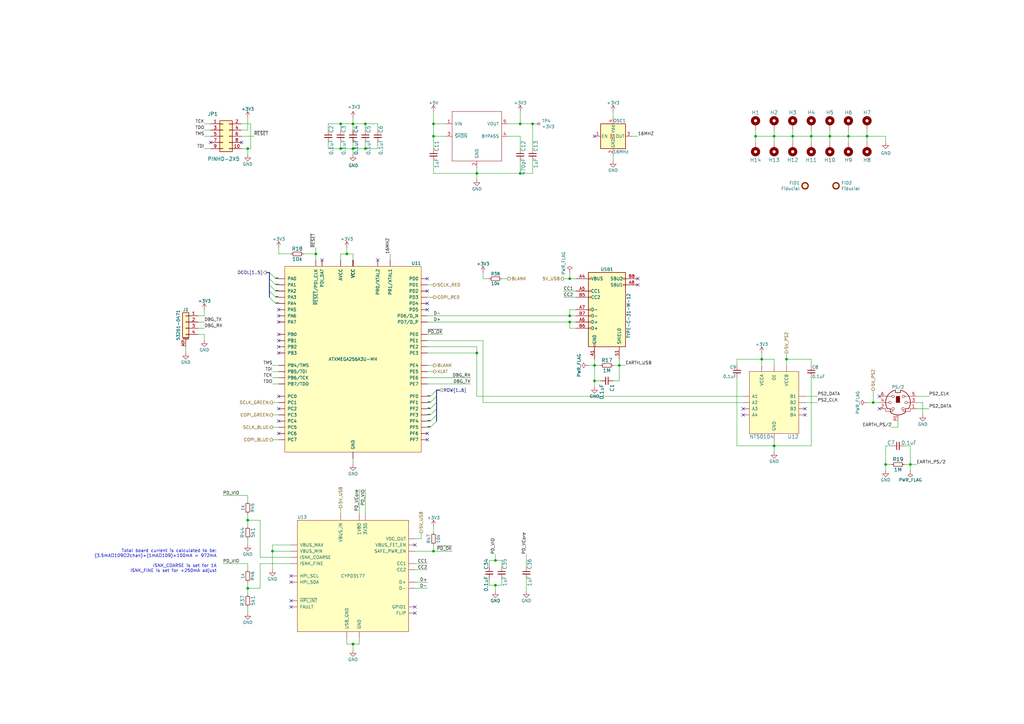
<source format=kicad_sch>
(kicad_sch (version 20211123) (generator eeschema)
  (paper "A3")
  (title_block (title "CPU and Comms") (rev "1") (company "Rachel Mant"))
  (junction (at 142.24 104.14))
  (junction (at 325.12 55.88))
  (junction (at 203.2 240.03))
  (junction (at 373.38 190.5))
  (junction (at 355.6 55.88))
  (junction (at 218.44 50.8))
  (junction (at 243.84 149.86))
  (junction (at 129.54 104.14))
  (junction (at 139.7 60.96))
  (junction (at 358.14 165.1))
  (junction (at 317.5 182.88))
  (junction (at 101.6 213.36))
  (junction (at 332.74 55.88))
  (junction (at 195.58 71.12))
  (junction (at 101.6 241.3))
  (junction (at 203.2 229.87))
  (junction (at 149.86 50.8))
  (junction (at 139.7 50.8))
  (junction (at 363.22 190.5))
  (junction (at 144.78 264.16))
  (junction (at 347.98 55.88))
  (junction (at 101.6 60.96))
  (junction (at 243.84 156.21))
  (junction (at 177.8 226.06))
  (junction (at 309.88 55.88))
  (junction (at 340.36 55.88))
  (junction (at 213.36 71.12))
  (junction (at 254 149.86))
  (junction (at 111.76 226.06))
  (junction (at 149.86 60.96))
  (junction (at 233.68 129.54))
  (junction (at 322.58 147.32))
  (junction (at 233.68 114.3))
  (junction (at 195.58 144.78))
  (junction (at 144.78 60.96))
  (junction (at 233.68 132.08))
  (junction (at 312.42 147.32))
  (junction (at 177.8 50.8))
  (junction (at 177.8 55.88))
  (junction (at 144.78 50.8))
  (junction (at 317.5 55.88))
  (junction (at 213.36 50.8))
  (no_connect (at 175.26 180.34))
  (no_connect (at 261.62 114.3))
  (no_connect (at 170.18 251.46))
  (no_connect (at 330.2 170.18))
  (no_connect (at 132.08 106.68))
  (no_connect (at 175.26 119.38))
  (no_connect (at 114.3 127))
  (no_connect (at 360.68 162.56))
  (no_connect (at 114.3 162.56))
  (no_connect (at 86.36 58.42))
  (no_connect (at 170.18 223.52))
  (no_connect (at 175.26 124.46))
  (no_connect (at 154.94 106.68))
  (no_connect (at 114.3 139.7))
  (no_connect (at 99.06 58.42))
  (no_connect (at 304.8 170.18))
  (no_connect (at 114.3 144.78))
  (no_connect (at 114.3 132.08))
  (no_connect (at 114.3 129.54))
  (no_connect (at 119.38 246.38))
  (no_connect (at 330.2 167.64))
  (no_connect (at 170.18 248.92))
  (no_connect (at 175.26 127))
  (no_connect (at 114.3 137.16))
  (no_connect (at 114.3 167.64))
  (no_connect (at 175.26 177.8))
  (no_connect (at 119.38 238.76))
  (no_connect (at 114.3 177.8))
  (no_connect (at 119.38 236.22))
  (no_connect (at 114.3 142.24))
  (no_connect (at 304.8 167.64))
  (no_connect (at 114.3 172.72))
  (no_connect (at 119.38 248.92))
  (no_connect (at 360.68 167.64))
  (no_connect (at 261.62 116.84))
  (no_connect (at 243.84 55.88))
  (no_connect (at 175.26 114.3))
  (bus_entry (at 110.49 116.84) (size 2.54 2.54))
  (bus_entry (at 110.49 121.92) (size 2.54 2.54))
  (bus_entry (at 176.53 175.26) (size 2.54 -2.54))
  (bus_entry (at 110.49 119.38) (size 2.54 2.54))
  (bus_entry (at 176.53 170.18) (size 2.54 -2.54))
  (bus_entry (at 110.49 114.3) (size 2.54 2.54))
  (bus_entry (at 113.03 114.3) (size -2.54 -2.54))
  (bus_entry (at 176.53 172.72) (size 2.54 -2.54))
  (bus_entry (at 176.53 167.64) (size 2.54 -2.54))
  (bus_entry (at 176.53 162.56) (size 2.54 -2.54))
  (bus_entry (at 176.53 165.1) (size 2.54 -2.54))
  (wire (pts (xy 176.53 162.56) (xy 175.26 162.56)))
  (wire (pts (xy 200.66 232.41) (xy 200.66 229.87)))
  (wire (pts (xy 83.82 129.54) (xy 83.82 127)))
  (wire (pts (xy 81.28 134.62) (xy 83.82 134.62)))
  (wire (pts (xy 332.74 55.88) (xy 340.36 55.88)))
  (wire (pts (xy 373.38 182.88) (xy 373.38 190.5)))
  (wire (pts (xy 317.5 180.34) (xy 317.5 182.88)))
  (wire (pts (xy 119.38 226.06) (xy 111.76 226.06)))
  (wire (pts (xy 218.44 50.8) (xy 218.44 60.96)))
  (wire (pts (xy 309.88 55.88) (xy 309.88 58.42)))
  (wire (pts (xy 106.68 231.14) (xy 119.38 231.14)))
  (wire (pts (xy 113.03 121.92) (xy 114.3 121.92)))
  (wire (pts (xy 114.3 104.14) (xy 119.38 104.14)))
  (wire (pts (xy 154.94 53.34) (xy 154.94 50.8)))
  (wire (pts (xy 243.84 156.21) (xy 246.38 156.21)))
  (wire (pts (xy 213.36 50.8) (xy 213.36 45.72)))
  (bus (pts (xy 179.07 162.56) (xy 179.07 165.1)))
  (wire (pts (xy 233.68 134.62) (xy 233.68 132.08)))
  (wire (pts (xy 176.53 170.18) (xy 175.26 170.18)))
  (wire (pts (xy 101.6 220.98) (xy 101.6 223.52)))
  (wire (pts (xy 177.8 226.06) (xy 177.8 223.52)))
  (bus (pts (xy 179.07 167.64) (xy 179.07 170.18)))
  (wire (pts (xy 170.18 233.68) (xy 175.26 233.68)))
  (wire (pts (xy 144.78 60.96) (xy 144.78 63.5)))
  (wire (pts (xy 99.06 55.88) (xy 104.14 55.88)))
  (wire (pts (xy 175.26 154.94) (xy 193.04 154.94)))
  (wire (pts (xy 322.58 147.32) (xy 332.74 147.32)))
  (wire (pts (xy 233.68 111.76) (xy 233.68 114.3)))
  (wire (pts (xy 200.66 240.03) (xy 200.66 237.49)))
  (wire (pts (xy 114.3 180.34) (xy 111.76 180.34)))
  (wire (pts (xy 254 149.86) (xy 256.54 149.86)))
  (wire (pts (xy 375.92 162.56) (xy 381 162.56)))
  (wire (pts (xy 200.66 229.87) (xy 203.2 229.87)))
  (wire (pts (xy 373.38 190.5) (xy 375.92 190.5)))
  (wire (pts (xy 347.98 55.88) (xy 355.6 55.88)))
  (wire (pts (xy 101.6 251.46) (xy 101.6 248.92)))
  (wire (pts (xy 114.3 165.1) (xy 111.76 165.1)))
  (wire (pts (xy 312.42 144.78) (xy 312.42 147.32)))
  (wire (pts (xy 172.72 220.98) (xy 172.72 218.44)))
  (wire (pts (xy 251.46 63.5) (xy 251.46 66.04)))
  (wire (pts (xy 322.58 147.32) (xy 322.58 149.86)))
  (wire (pts (xy 101.6 233.68) (xy 101.6 231.14)))
  (wire (pts (xy 375.92 165.1) (xy 378.46 165.1)))
  (wire (pts (xy 114.3 157.48) (xy 111.76 157.48)))
  (wire (pts (xy 113.03 114.3) (xy 114.3 114.3)))
  (wire (pts (xy 347.98 55.88) (xy 347.98 58.42)))
  (wire (pts (xy 355.6 55.88) (xy 363.22 55.88)))
  (wire (pts (xy 347.98 53.34) (xy 347.98 55.88)))
  (wire (pts (xy 302.26 147.32) (xy 302.26 149.86)))
  (wire (pts (xy 251.46 45.72) (xy 251.46 48.26)))
  (wire (pts (xy 149.86 50.8) (xy 144.78 50.8)))
  (wire (pts (xy 378.46 165.1) (xy 378.46 170.18)))
  (bus (pts (xy 179.07 160.02) (xy 180.34 160.02)))
  (wire (pts (xy 208.28 55.88) (xy 213.36 55.88)))
  (wire (pts (xy 181.61 137.16) (xy 175.26 137.16)))
  (wire (pts (xy 195.58 144.78) (xy 195.58 162.56)))
  (wire (pts (xy 149.86 60.96) (xy 154.94 60.96)))
  (wire (pts (xy 113.03 124.46) (xy 114.3 124.46)))
  (wire (pts (xy 119.38 223.52) (xy 111.76 223.52)))
  (wire (pts (xy 113.03 116.84) (xy 114.3 116.84)))
  (wire (pts (xy 142.24 104.14) (xy 139.7 104.14)))
  (wire (pts (xy 370.84 182.88) (xy 373.38 182.88)))
  (wire (pts (xy 205.74 114.3) (xy 208.28 114.3)))
  (wire (pts (xy 195.58 73.66) (xy 195.58 71.12)))
  (wire (pts (xy 365.76 182.88) (xy 363.22 182.88)))
  (wire (pts (xy 101.6 60.96) (xy 101.6 63.5)))
  (wire (pts (xy 203.2 240.03) (xy 200.66 240.03)))
  (wire (pts (xy 129.54 104.14) (xy 124.46 104.14)))
  (wire (pts (xy 195.58 162.56) (xy 304.8 162.56)))
  (wire (pts (xy 129.54 104.14) (xy 129.54 101.6)))
  (wire (pts (xy 205.74 240.03) (xy 205.74 237.49)))
  (wire (pts (xy 175.26 152.4) (xy 177.8 152.4)))
  (wire (pts (xy 363.22 190.5) (xy 365.76 190.5)))
  (wire (pts (xy 233.68 129.54) (xy 236.22 129.54)))
  (wire (pts (xy 198.12 114.3) (xy 198.12 111.76)))
  (wire (pts (xy 106.68 241.3) (xy 106.68 231.14)))
  (wire (pts (xy 106.68 213.36) (xy 101.6 213.36)))
  (wire (pts (xy 134.62 58.42) (xy 134.62 60.96)))
  (wire (pts (xy 355.6 53.34) (xy 355.6 55.88)))
  (wire (pts (xy 243.84 156.21) (xy 243.84 158.75)))
  (wire (pts (xy 325.12 53.34) (xy 325.12 55.88)))
  (wire (pts (xy 200.66 114.3) (xy 198.12 114.3)))
  (wire (pts (xy 86.36 50.8) (xy 83.82 50.8)))
  (wire (pts (xy 302.26 154.94) (xy 302.26 182.88)))
  (wire (pts (xy 243.84 149.86) (xy 243.84 156.21)))
  (wire (pts (xy 86.36 55.88) (xy 83.82 55.88)))
  (wire (pts (xy 101.6 213.36) (xy 101.6 210.82)))
  (wire (pts (xy 129.54 106.68) (xy 129.54 104.14)))
  (wire (pts (xy 149.86 210.82) (xy 149.86 200.66)))
  (wire (pts (xy 365.76 175.26) (xy 368.3 175.26)))
  (wire (pts (xy 259.08 55.88) (xy 261.62 55.88)))
  (wire (pts (xy 317.5 53.34) (xy 317.5 55.88)))
  (bus (pts (xy 110.49 114.3) (xy 110.49 116.84)))
  (wire (pts (xy 368.3 175.26) (xy 368.3 172.72)))
  (wire (pts (xy 99.06 60.96) (xy 101.6 60.96)))
  (wire (pts (xy 332.74 182.88) (xy 317.5 182.88)))
  (wire (pts (xy 236.22 127) (xy 233.68 127)))
  (wire (pts (xy 175.26 231.14) (xy 170.18 231.14)))
  (wire (pts (xy 86.36 60.96) (xy 83.82 60.96)))
  (wire (pts (xy 142.24 261.62) (xy 142.24 264.16)))
  (wire (pts (xy 139.7 208.28) (xy 139.7 210.82)))
  (wire (pts (xy 175.26 142.24) (xy 195.58 142.24)))
  (wire (pts (xy 175.26 241.3) (xy 170.18 241.3)))
  (wire (pts (xy 363.22 190.5) (xy 363.22 193.04)))
  (wire (pts (xy 106.68 228.6) (xy 106.68 213.36)))
  (wire (pts (xy 101.6 238.76) (xy 101.6 241.3)))
  (wire (pts (xy 139.7 60.96) (xy 144.78 60.96)))
  (wire (pts (xy 83.82 137.16) (xy 83.82 139.7)))
  (wire (pts (xy 177.8 55.88) (xy 177.8 50.8)))
  (wire (pts (xy 176.53 167.64) (xy 175.26 167.64)))
  (wire (pts (xy 317.5 55.88) (xy 309.88 55.88)))
  (wire (pts (xy 304.8 165.1) (xy 198.12 165.1)))
  (wire (pts (xy 312.42 147.32) (xy 312.42 149.86)))
  (wire (pts (xy 144.78 58.42) (xy 144.78 60.96)))
  (wire (pts (xy 144.78 264.16) (xy 147.32 264.16)))
  (wire (pts (xy 317.5 147.32) (xy 317.5 149.86)))
  (wire (pts (xy 203.2 227.33) (xy 203.2 229.87)))
  (wire (pts (xy 182.88 55.88) (xy 177.8 55.88)))
  (wire (pts (xy 358.14 160.02) (xy 358.14 165.1)))
  (wire (pts (xy 142.24 264.16) (xy 144.78 264.16)))
  (wire (pts (xy 215.9 237.49) (xy 215.9 242.57)))
  (wire (pts (xy 317.5 182.88) (xy 317.5 185.42)))
  (wire (pts (xy 114.3 175.26) (xy 111.76 175.26)))
  (wire (pts (xy 254 147.32) (xy 254 149.86)))
  (wire (pts (xy 195.58 142.24) (xy 195.58 144.78)))
  (wire (pts (xy 373.38 190.5) (xy 370.84 190.5)))
  (wire (pts (xy 139.7 104.14) (xy 139.7 106.68)))
  (wire (pts (xy 149.86 53.34) (xy 149.86 50.8)))
  (bus (pts (xy 110.49 111.76) (xy 110.49 114.3)))
  (bus (pts (xy 110.49 116.84) (xy 110.49 119.38)))
  (wire (pts (xy 330.2 165.1) (xy 335.28 165.1)))
  (wire (pts (xy 101.6 231.14) (xy 91.44 231.14)))
  (wire (pts (xy 101.6 241.3) (xy 101.6 243.84)))
  (wire (pts (xy 175.26 121.92) (xy 177.8 121.92)))
  (wire (pts (xy 317.5 55.88) (xy 317.5 58.42)))
  (wire (pts (xy 175.26 165.1) (xy 176.53 165.1)))
  (wire (pts (xy 170.18 226.06) (xy 177.8 226.06)))
  (wire (pts (xy 139.7 53.34) (xy 139.7 50.8)))
  (wire (pts (xy 147.32 264.16) (xy 147.32 261.62)))
  (wire (pts (xy 236.22 119.38) (xy 231.14 119.38)))
  (bus (pts (xy 179.07 165.1) (xy 179.07 167.64)))
  (wire (pts (xy 147.32 210.82) (xy 147.32 200.66)))
  (wire (pts (xy 81.28 129.54) (xy 83.82 129.54)))
  (wire (pts (xy 101.6 213.36) (xy 101.6 215.9)))
  (wire (pts (xy 76.2 142.24) (xy 76.2 144.78)))
  (wire (pts (xy 175.26 139.7) (xy 198.12 139.7)))
  (wire (pts (xy 312.42 147.32) (xy 302.26 147.32)))
  (wire (pts (xy 144.78 50.8) (xy 144.78 48.26)))
  (wire (pts (xy 373.38 193.04) (xy 373.38 190.5)))
  (wire (pts (xy 154.94 60.96) (xy 154.94 58.42)))
  (wire (pts (xy 111.76 226.06) (xy 111.76 233.68)))
  (wire (pts (xy 213.36 55.88) (xy 213.36 60.96)))
  (wire (pts (xy 254 149.86) (xy 254 156.21)))
  (wire (pts (xy 99.06 50.8) (xy 102.87 50.8)))
  (bus (pts (xy 110.49 111.76) (xy 109.22 111.76)))
  (wire (pts (xy 144.78 190.5) (xy 144.78 187.96)))
  (wire (pts (xy 185.42 226.06) (xy 177.8 226.06)))
  (wire (pts (xy 175.26 149.86) (xy 177.8 149.86)))
  (wire (pts (xy 176.53 172.72) (xy 175.26 172.72)))
  (wire (pts (xy 175.26 129.54) (xy 233.68 129.54)))
  (wire (pts (xy 160.02 104.14) (xy 160.02 106.68)))
  (wire (pts (xy 243.84 147.32) (xy 243.84 149.86)))
  (wire (pts (xy 360.68 165.1) (xy 358.14 165.1)))
  (wire (pts (xy 81.28 132.08) (xy 83.82 132.08)))
  (wire (pts (xy 218.44 66.04) (xy 218.44 71.12)))
  (wire (pts (xy 114.3 154.94) (xy 111.76 154.94)))
  (wire (pts (xy 332.74 55.88) (xy 332.74 58.42)))
  (wire (pts (xy 375.92 167.64) (xy 381 167.64)))
  (wire (pts (xy 203.2 240.03) (xy 203.2 242.57)))
  (wire (pts (xy 170.18 220.98) (xy 172.72 220.98)))
  (wire (pts (xy 233.68 114.3) (xy 231.14 114.3)))
  (wire (pts (xy 101.6 53.34) (xy 101.6 48.26)))
  (wire (pts (xy 102.87 60.96) (xy 102.87 50.8)))
  (wire (pts (xy 233.68 114.3) (xy 236.22 114.3)))
  (bus (pts (xy 179.07 170.18) (xy 179.07 172.72)))
  (wire (pts (xy 363.22 55.88) (xy 363.22 58.42)))
  (wire (pts (xy 205.74 229.87) (xy 203.2 229.87)))
  (wire (pts (xy 317.5 55.88) (xy 325.12 55.88)))
  (wire (pts (xy 355.6 165.1) (xy 358.14 165.1)))
  (bus (pts (xy 110.49 119.38) (xy 110.49 121.92)))
  (wire (pts (xy 114.3 101.6) (xy 114.3 104.14)))
  (wire (pts (xy 322.58 144.78) (xy 322.58 147.32)))
  (wire (pts (xy 317.5 147.32) (xy 312.42 147.32)))
  (wire (pts (xy 332.74 53.34) (xy 332.74 55.88)))
  (wire (pts (xy 134.62 50.8) (xy 139.7 50.8)))
  (wire (pts (xy 113.03 119.38) (xy 114.3 119.38)))
  (wire (pts (xy 330.2 162.56) (xy 335.28 162.56)))
  (wire (pts (xy 332.74 154.94) (xy 332.74 182.88)))
  (wire (pts (xy 134.62 53.34) (xy 134.62 50.8)))
  (wire (pts (xy 241.3 149.86) (xy 243.84 149.86)))
  (wire (pts (xy 205.74 232.41) (xy 205.74 229.87)))
  (wire (pts (xy 99.06 53.34) (xy 101.6 53.34)))
  (wire (pts (xy 213.36 66.04) (xy 213.36 71.12)))
  (wire (pts (xy 114.3 170.18) (xy 111.76 170.18)))
  (wire (pts (xy 195.58 71.12) (xy 195.58 68.58)))
  (wire (pts (xy 139.7 58.42) (xy 139.7 60.96)))
  (wire (pts (xy 175.26 175.26) (xy 176.53 175.26)))
  (wire (pts (xy 355.6 55.88) (xy 355.6 58.42)))
  (wire (pts (xy 177.8 45.72) (xy 177.8 50.8)))
  (wire (pts (xy 144.78 106.68) (xy 144.78 104.14)))
  (wire (pts (xy 111.76 223.52) (xy 111.76 226.06)))
  (wire (pts (xy 325.12 55.88) (xy 332.74 55.88)))
  (wire (pts (xy 332.74 149.86) (xy 332.74 147.32)))
  (wire (pts (xy 340.36 55.88) (xy 340.36 58.42)))
  (wire (pts (xy 154.94 50.8) (xy 149.86 50.8)))
  (wire (pts (xy 114.3 149.86) (xy 111.76 149.86)))
  (wire (pts (xy 251.46 149.86) (xy 254 149.86)))
  (wire (pts (xy 215.9 227.33) (xy 215.9 232.41)))
  (wire (pts (xy 142.24 104.14) (xy 144.78 104.14)))
  (wire (pts (xy 177.8 55.88) (xy 177.8 60.96)))
  (wire (pts (xy 220.98 50.8) (xy 218.44 50.8)))
  (wire (pts (xy 236.22 134.62) (xy 233.68 134.62)))
  (wire (pts (xy 175.26 116.84) (xy 177.8 116.84)))
  (wire (pts (xy 218.44 71.12) (xy 213.36 71.12)))
  (wire (pts (xy 340.36 55.88) (xy 347.98 55.88)))
  (bus (pts (xy 179.07 160.02) (xy 179.07 162.56)))
  (wire (pts (xy 101.6 60.96) (xy 102.87 60.96)))
  (wire (pts (xy 325.12 55.88) (xy 325.12 58.42)))
  (wire (pts (xy 302.26 182.88) (xy 317.5 182.88)))
  (wire (pts (xy 177.8 71.12) (xy 177.8 66.04)))
  (wire (pts (xy 251.46 156.21) (xy 254 156.21)))
  (wire (pts (xy 170.18 238.76) (xy 175.26 238.76)))
  (wire (pts (xy 144.78 53.34) (xy 144.78 50.8)))
  (wire (pts (xy 101.6 205.74) (xy 101.6 203.2)))
  (wire (pts (xy 340.36 53.34) (xy 340.36 55.88)))
  (wire (pts (xy 309.88 55.88) (xy 309.88 53.34)))
  (wire (pts (xy 86.36 53.34) (xy 83.82 53.34)))
  (wire (pts (xy 144.78 264.16) (xy 144.78 266.7)))
  (wire (pts (xy 144.78 60.96) (xy 149.86 60.96)))
  (wire (pts (xy 233.68 132.08) (xy 236.22 132.08)))
  (wire (pts (xy 195.58 71.12) (xy 177.8 71.12)))
  (wire (pts (xy 363.22 182.88) (xy 363.22 190.5)))
  (wire (pts (xy 101.6 203.2) (xy 91.44 203.2)))
  (wire (pts (xy 175.26 157.48) (xy 193.04 157.48)))
  (wire (pts (xy 119.38 228.6) (xy 106.68 228.6)))
  (wire (pts (xy 208.28 50.8) (xy 213.36 50.8)))
  (wire (pts (xy 195.58 144.78) (xy 175.26 144.78)))
  (wire (pts (xy 134.62 60.96) (xy 139.7 60.96)))
  (wire (pts (xy 177.8 218.44) (xy 177.8 215.9)))
  (wire (pts (xy 142.24 101.6) (xy 142.24 104.14)))
  (wire (pts (xy 177.8 50.8) (xy 182.88 50.8)))
  (wire (pts (xy 213.36 50.8) (xy 218.44 50.8)))
  (wire (pts (xy 233.68 127) (xy 233.68 129.54)))
  (wire (pts (xy 139.7 50.8) (xy 144.78 50.8)))
  (wire (pts (xy 81.28 137.16) (xy 83.82 137.16)))
  (wire (pts (xy 198.12 139.7) (xy 198.12 165.1)))
  (wire (pts (xy 213.36 71.12) (xy 195.58 71.12)))
  (wire (pts (xy 231.14 121.92) (xy 236.22 121.92)))
  (wire (pts (xy 114.3 152.4) (xy 111.76 152.4)))
  (wire (pts (xy 246.38 149.86) (xy 243.84 149.86)))
  (wire (pts (xy 175.26 132.08) (xy 233.68 132.08)))
  (wire (pts (xy 203.2 240.03) (xy 205.74 240.03)))
  (wire (pts (xy 149.86 60.96) (xy 149.86 58.42)))
  (wire (pts (xy 106.68 241.3) (xy 101.6 241.3)))
  (text "Total board current is calculated to be:\n(3.5mA✕109✕2chan)+(1mA✕109)+100mA = 972mA\n\nISNK_COARSE is set for 1A\nISNK_FINE is set for +250mA adjust" (at 88.9 234.95 0) (effects (font (size 1.27 1.27)) (justify right bottom)))
  (label "~{PD_OK}" (at 185.42 226.06 180))
  (label "DCOL3" (at 113.03 119.38 0) (effects (font (size 0.254 0.254))))
  (label "EARTH_PS{slash}2" (at 365.76 175.26 180))
  (label "PD_VIO" (at 91.44 203.2 0))
  (label "DBG_TX" (at 83.82 132.08 0))
  (label "DCOL1" (at 113.03 114.3 0) (effects (font (size 0.254 0.254))))
  (label "TMS" (at 111.76 149.86 180))
  (label "CC2" (at 231.14 121.92 0))
  (label "ROW6" (at 176.53 175.26 180) (effects (font (size 0.254 0.254))))
  (label "~{RESET}" (at 104.14 55.88 0))
  (label "DBG_RX" (at 193.04 154.94 180))
  (label "TDO" (at 83.82 53.34 180))
  (label "DBG_TX" (at 193.04 157.48 180))
  (label "CC1" (at 231.14 119.38 0))
  (label "D+" (at 177.8 132.08 0))
  (label "ROW5" (at 176.53 172.72 180) (effects (font (size 0.254 0.254))))
  (label "DCOL5" (at 113.03 124.46 0) (effects (font (size 0.254 0.254))))
  (label "PS2_DATA" (at 335.28 162.56 0))
  (label "16MHZ" (at 261.62 55.88 0))
  (label "DCOL4" (at 113.03 121.92 0) (effects (font (size 0.254 0.254))))
  (label "EARTH_USB" (at 256.54 149.86 0))
  (label "ROW3" (at 176.53 167.64 180) (effects (font (size 0.254 0.254))))
  (label "~{RESET}" (at 129.54 101.6 90))
  (label "PD_VCore" (at 147.32 200.66 270))
  (label "DCOL2" (at 113.03 116.84 0) (effects (font (size 0.254 0.254))))
  (label "CC1" (at 175.26 231.14 180))
  (label "PS2_DATA" (at 381 167.64 0))
  (label "TCK" (at 111.76 154.94 180))
  (label "PD_VIO" (at 203.2 227.33 90))
  (label "EARTH_PS{slash}2" (at 375.92 190.5 0))
  (label "D+" (at 175.26 238.76 180))
  (label "PD_VCore" (at 215.9 227.33 90))
  (label "PS2_CLK" (at 381 162.56 0))
  (label "DBG_RX" (at 83.82 134.62 0))
  (label "D-" (at 175.26 241.3 180))
  (label "PD_VIO" (at 149.86 200.66 270))
  (label "ROW1" (at 176.53 162.56 180) (effects (font (size 0.254 0.254))))
  (label "TDO" (at 111.76 157.48 180))
  (label "TDI" (at 83.82 60.96 180))
  (label "CC2" (at 175.26 233.68 180))
  (label "~{PD_OK}" (at 181.61 137.16 180))
  (label "PS2_CLK" (at 335.28 165.1 0))
  (label "TDI" (at 111.76 152.4 180))
  (label "ROW4" (at 176.53 170.18 180) (effects (font (size 0.254 0.254))))
  (label "TMS" (at 83.82 55.88 180))
  (label "16MHZ" (at 160.02 104.14 90))
  (label "D-" (at 177.8 129.54 0))
  (label "PD_VIO" (at 91.44 231.14 0))
  (label "ROW2" (at 176.53 165.1 180) (effects (font (size 0.254 0.254))))
  (label "TCK" (at 83.82 50.8 180))
  (hierarchical_label "BLANK" (shape output) (at 208.28 114.3 0))
  (hierarchical_label "SCLK_GREEN" (shape output) (at 111.76 165.1 180))
  (hierarchical_label "COPI_RED" (shape output) (at 177.8 121.92 0))
  (hierarchical_label "COPI_GREEN" (shape output) (at 111.76 170.18 180))
  (hierarchical_label "5V_PS2" (shape output) (at 322.58 144.78 90))
  (hierarchical_label "SCLK_RED" (shape output) (at 177.8 116.84 0))
  (hierarchical_label "ROW[1..6]" (shape input) (at 180.34 160.02 0))
  (hierarchical_label "BLANK" (shape output) (at 177.8 149.86 0))
  (hierarchical_label "5V_PS2" (shape output) (at 358.14 160.02 90))
  (hierarchical_label "COPI_BLUE" (shape output) (at 111.76 180.34 180))
  (hierarchical_label "SCLK_BLUE" (shape output) (at 111.76 175.26 180))
  (hierarchical_label "5V_USB" (shape output) (at 139.7 208.28 90))
  (hierarchical_label "5V_USB" (shape output) (at 172.72 218.44 90))
  (hierarchical_label "DCOL[1..5]" (shape output) (at 109.22 111.76 180))
  (hierarchical_label "5V_USB" (shape output) (at 231.14 114.3 180))
  (hierarchical_label "XLAT" (shape output) (at 177.8 152.4 0))
  (symbol (lib_id "Oscillator:TXC-7C") (at 251.46 55.88 0) (unit 1)
    (property "Reference" "OSC1" (at 251.46 49.53 0) (effects (justify left)))
    (property "Value" "16MHz" (at 251.46 62.23 0) (effects (justify left)))
    (property "Footprint" "rhais_osc:SMD3225" (effects hide))
    (property "Datasheet" "http://www.farnell.com/datasheets/2864171.pdf" (effects hide))
    (property "MFR" "Multicomp" (effects hide))
    (property "MPN" "MCSJK-3N-16.00-3.3-25-B" (effects hide))
    (property "OC_FARNELL" "2854286" (effects hide))
    (property "URL_FARNELL" "https://uk.farnell.com/multicomp/mcsjk-3n-16-00-3-3-25-b/oscillator-16mhz-3-2mm-x-2-5mm/dp/2854286" (effects hide))
  )
  (symbol (lib_id "Device:C_Small") (at 218.44 63.5 0) (unit 1)
    (property "Reference" "C13" (at 219.71 62.23 90) (effects (font (size 1.4986 1.4986)) (justify left)))
    (property "Value" "1uF" (at 219.71 64.77 90) (effects (font (size 1.4986 1.4986)) (justify right)))
    (property "Footprint" "rhais_rcl:C0603" (effects hide))
    (property "Datasheet" "http://www.farnell.com/datasheets/2860632.pdf" (effects hide))
    (property "MFR" "Multicomp" (effects hide))
    (property "MPN" "MC0603B105K160CT" (effects hide))
    (property "OC_FARNELL" "2320814" (effects hide))
    (property "URL_FARNELL" "https://uk.farnell.com/multicomp/mc0603b105k160ct/cap-1-f-16v-10-x7r-0603/dp/2320814" (effects hide))
  )
  (symbol (lib_id "Device:R_Small") (at 248.92 149.86 270) (unit 1)
    (property "Reference" "R17" (at 248.92 148.59 90) (effects (font (size 1.4986 1.4986)) (justify bottom)))
    (property "Value" "1M" (at 248.92 151.13 90) (effects (font (size 1.4986 1.4986)) (justify top)))
    (property "Footprint" "rhais_rcl:R0603" (effects hide))
    (property "Datasheet" "http://www.farnell.com/datasheets/2860681.pdf" (effects hide))
    (property "MFR" "Multicomp" (effects hide))
    (property "MPN" "MCWR06X1004FTL" (effects hide))
    (property "OC_FARNELL" "2447285" (effects hide))
    (property "URL_FARNELL" "https://uk.farnell.com/multicomp/mcwr06x1004ftl/res-1m-1-0-1w-0603-thick-film/dp/2447285" (effects hide))
  )
  (symbol (lib_id "Mechanical:MountingHole_Pad") (at 340.36 60.96 180) (unit 1)
    (property "Reference" "H10" (at 340.36 64.77 0) (effects (font (size 1.4986 1.4986)) (justify bottom)))
    (property "Value" "MOUNT-PAD-ROUND3.2" (effects hide))
    (property "Footprint" "MountingHole:MountingHole_3.2mm_M3_Pad" (effects hide))
    (property "MFR" "Accu" (effects hide))
    (property "MPN" "SHK-M3-20-A2-BL" (effects hide))
    (property "URL" "https://www.accu.co.uk/en/hexalobular-countersunk-screws/154624-SHK-M3-20-A2-BL" (effects hide))
  )
  (symbol (lib_id "Mechanical:MountingHole_Pad") (at 340.36 50.8 0) (unit 1)
    (property "Reference" "H5" (at 340.36 46.99 0) (effects (font (size 1.4986 1.4986)) (justify bottom)))
    (property "Value" "MOUNT-PAD-ROUND3.2" (effects hide))
    (property "Footprint" "MountingHole:MountingHole_3.2mm_M3_Pad" (effects hide))
    (property "MFR" "Accu" (effects hide))
    (property "MPN" "SHK-M3-20-A2-BL" (effects hide))
    (property "URL" "https://www.accu.co.uk/en/hexalobular-countersunk-screws/154624-SHK-M3-20-A2-BL" (effects hide))
  )
  (symbol (lib_id "Device:C_Small") (at 149.86 55.88 0) (unit 1)
    (property "Reference" "C5" (at 151.13 54.61 90) (effects (font (size 1.4986 1.4986)) (justify left)))
    (property "Value" "0.1uF" (at 151.13 57.15 90) (effects (font (size 1.4986 1.4986)) (justify right)))
    (property "Footprint" "rhais_rcl:C0603" (effects hide))
    (property "Datasheet" "http://www.farnell.com/datasheets/1870456.pdf" (effects hide))
    (property "MFR" "Multicomp" (effects hide))
    (property "MPN" "MC0603B104J250CT" (effects hide))
    (property "OC_FARNELL" "2310559" (effects hide))
    (property "URL_FARNELL" "https://uk.farnell.com/multicomp/mc0603b104j250ct/cap-0-1-f-25v-5-x7r-0603-reel/dp/2310559" (effects hide))
  )
  (symbol (lib_id "Mechanical:MountingHole_Pad") (at 309.88 60.96 180) (unit 1)
    (property "Reference" "H14" (at 309.88 64.77 0) (effects (font (size 1.4986 1.4986)) (justify bottom)))
    (property "Value" "MOUNT-PAD-ROUND3.2" (effects hide))
    (property "Footprint" "MountingHole:MountingHole_3.2mm_M3_Pad" (effects hide))
    (property "MFR" "Accu" (effects hide))
    (property "MPN" "SHK-M3-20-A2-BL" (effects hide))
    (property "URL" "https://www.accu.co.uk/en/hexalobular-countersunk-screws/154624-SHK-M3-20-A2-BL" (effects hide))
  )
  (symbol (lib_id "Device:C_Small") (at 154.94 55.88 0) (unit 1)
    (property "Reference" "C6" (at 156.21 54.61 90) (effects (font (size 1.4986 1.4986)) (justify left)))
    (property "Value" "0.1uF" (at 156.21 57.15 90) (effects (font (size 1.4986 1.4986)) (justify right)))
    (property "Footprint" "rhais_rcl:C0603" (effects hide))
    (property "Datasheet" "http://www.farnell.com/datasheets/1870456.pdf" (effects hide))
    (property "MFR" "Multicomp" (effects hide))
    (property "MPN" "MC0603B104J250CT" (effects hide))
    (property "OC_FARNELL" "2310559" (effects hide))
    (property "URL_FARNELL" "https://uk.farnell.com/multicomp/mc0603b104j250ct/cap-0-1-f-25v-5-x7r-0603-reel/dp/2310559" (effects hide))
  )
  (symbol (lib_id "Connector_Generic:Conn_02x05_Odd_Even") (at 91.44 55.88 0) (unit 1)
    (property "Reference" "JP1" (at 85.09 47.625 0) (effects (font (size 1.4986 1.4986)) (justify left bottom)))
    (property "Value" "PINHD-2X5" (at 85.09 66.04 0) (effects (font (size 1.4986 1.4986)) (justify left bottom)))
    (property "Footprint" "rhais_connector-pinheader:PinHeader_2x05_P1.27mm_Vertical_SMD" (effects hide))
    (property "Datasheet" "https://cdn.amphenol-icc.com/media/wysiwyg/files/drawing/20021121.pdf" (effects hide))
    (property "MFR" "Amphenol ICC" (effects hide))
    (property "MPN" "20021121-00010C4LF" (effects hide))
    (property "OC_FARNELL" "1865279" (effects hide))
    (property "URL_FARNELL" "https://uk.farnell.com/amphenol-icc-fci/20021121-00010c4lf/connector-header-smt-r-a-1-27mm/dp/1865279" (effects hide))
  )
  (symbol (lib_id "DX-MON:ATXMEGA256A3U-MH") (at 144.78 147.32 0) (unit 1)
    (property "Reference" "U11" (at 172.72 107.95 0) (effects (justify right)))
    (property "Value" "ATXMEGA256A3U-MH" (at 144.78 147.32 0))
    (property "Footprint" "rhais_package-qfn:QFN-64-1EP_9x9mm_P0.5mm_EP7.5x7.5mm" (effects hide))
    (property "Datasheet" "http://ww1.microchip.com/downloads/en/DeviceDoc/Atmel-8386-8-and-16-bit-AVR-Microcontroller-ATxmega64A3U-128A3U-192A3U-256A3U_datasheet.pdf" (effects hide))
    (property "MFR" "Atmel" (effects hide))
    (property "MPN" "ATXMEGA256A3U-MH" (effects hide))
    (property "OC_FARNELL" "2066308" (effects hide))
    (property "URL_FARNELL" "https://uk.farnell.com/microchip/atxmega256a3u-mh/mcu-8bit-avr-xmega-32mhz-qfn-64/dp/2066308" (effects hide))
  )
  (symbol (lib_id "Mechanical:MountingHole_Pad") (at 309.88 50.8 0) (unit 1)
    (property "Reference" "H1" (at 309.88 46.99 0) (effects (font (size 1.4986 1.4986)) (justify bottom)))
    (property "Value" "MOUNT-PAD-ROUND3.2" (effects hide))
    (property "Footprint" "MountingHole:MountingHole_3.2mm_M3_Pad" (effects hide))
    (property "MFR" "Accu" (effects hide))
    (property "MPN" "SHK-M3-20-A2-BL" (effects hide))
    (property "URL" "https://www.accu.co.uk/en/hexalobular-countersunk-screws/154624-SHK-M3-20-A2-BL" (effects hide))
  )
  (symbol (lib_id "Connector:TestPoint_Small") (at 220.98 50.8 0) (unit 1)
    (property "Reference" "TP4" (at 222.1992 49.6316 0) (effects (justify left)))
    (property "Value" "+3V3" (at 222.1992 51.943 0) (effects (justify left)))
    (property "Footprint" "TestPoint:TestPoint_Pad_D1.5mm" (effects hide))
  )
  (symbol (lib_id "Connector_Generic_MountingPin:Conn_01x04_MountingPin") (at 76.2 132.08 0) (mirror y) (unit 1)
    (property "Reference" "J1" (at 76.2 127 0))
    (property "Value" "53261-0471" (at 72.39 133.35 90) (effects (justify bottom)))
    (property "Footprint" "rhais_connector-molex:Molex_PicoBlade_53261-0471_1x04-1MP_P1.25mm_Horizontal" (effects hide))
    (property "Datasheet" "https://www.molex.com/webdocs/datasheets/pdf/en-us/0532610471_PCB_HEADERS.pdf" (effects hide))
    (property "MPN" "53261-0471" (effects hide))
    (property "MFR" "Molex" (effects hide))
    (property "OC_FARNELL" "1125374" (effects hide))
    (property "URL_FARNELL" "https://uk.farnell.com/molex/53261-0471/connector-header-4pos-1row-1-25mm/dp/1125374" (effects hide))
  )
  (symbol (lib_id "DX_MON:CYPD3177") (at 144.78 236.22 0) (unit 1)
    (property "Reference" "U13" (at 121.92 212.09 0) (effects (justify left)))
    (property "Value" "CYPD3177" (at 144.78 236.22 0))
    (property "Footprint" "rhais_package-qfn:QFN-24-1EP_4x4mm_P0.5mm_EP2.6x2.6mm" (effects hide))
  )
  (symbol (lib_id "power:PWR_FLAG") (at 233.68 111.76 0) (unit 1)
    (property "Reference" "#FLG0102" (effects hide))
    (property "Value" "PWR_FLAG" (at 231.14 107.95 90))
  )
  (symbol (lib_id "Device:R_Small") (at 101.6 208.28 180) (unit 1)
    (property "Reference" "R45" (at 102.87 208.28 90) (effects (justify bottom)))
    (property "Value" "1k" (at 100.33 208.28 90) (effects (justify top)))
    (property "Footprint" "rhais_rcl:R0603" (effects hide))
    (property "Datasheet" "http://www.farnell.com/datasheets/2860681.pdf" (effects hide))
    (property "MFR" "Multicomp" (effects hide))
    (property "MPN" "MCWR06X1001FTL" (effects hide))
    (property "OC_FARNELL" "2447272" (effects hide))
    (property "URL_FARNELL" "https://uk.farnell.com/multicomp/mcwr06x1001ftl/res-1k-1-0-1w-0603-thick-film/dp/2447272" (effects hide))
  )
  (symbol (lib_id "Device:R_Small") (at 101.6 236.22 180) (unit 1)
    (property "Reference" "R46" (at 102.87 236.22 90) (effects (justify bottom)))
    (property "Value" "1k" (at 100.33 236.22 90) (effects (justify top)))
    (property "Footprint" "rhais_rcl:R0603" (effects hide))
    (property "Datasheet" "http://www.farnell.com/datasheets/2860681.pdf" (effects hide))
    (property "MFR" "Multicomp" (effects hide))
    (property "MPN" "MCWR06X1001FTL" (effects hide))
    (property "OC_FARNELL" "2447272" (effects hide))
    (property "URL_FARNELL" "https://uk.farnell.com/multicomp/mcwr06x1001ftl/res-1k-1-0-1w-0603-thick-film/dp/2447272" (effects hide))
  )
  (symbol (lib_id "Device:C_Small") (at 200.66 234.95 0) (mirror y) (unit 1)
    (property "Reference" "C34" (at 199.39 233.68 90) (effects (font (size 1.4986 1.4986)) (justify left)))
    (property "Value" "0.1uF" (at 199.39 236.22 90) (effects (font (size 1.4986 1.4986)) (justify right)))
    (property "Footprint" "rhais_rcl:C0603" (effects hide))
    (property "Datasheet" "http://www.farnell.com/datasheets/1870456.pdf" (effects hide))
    (property "MFR" "Multicomp" (effects hide))
    (property "MPN" "MC0603B104J250CT" (effects hide))
    (property "OC_FARNELL" "2310559" (effects hide))
    (property "URL_FARNELL" "https://uk.farnell.com/multicomp/mc0603b104j250ct/cap-0-1-f-25v-5-x7r-0603-reel/dp/2310559" (effects hide))
  )
  (symbol (lib_id "Device:C_Small") (at 205.74 234.95 0) (unit 1)
    (property "Reference" "C35" (at 207.01 233.68 90) (effects (font (size 1.4986 1.4986)) (justify left)))
    (property "Value" "1uF" (at 207.01 236.22 90) (effects (font (size 1.4986 1.4986)) (justify right)))
    (property "Footprint" "rhais_rcl:C0603" (effects hide))
    (property "Datasheet" "http://www.farnell.com/datasheets/2860632.pdf" (effects hide))
    (property "MFR" "Multicomp" (effects hide))
    (property "MPN" "MC0603B105K160CT" (effects hide))
    (property "OC_FARNELL" "2320814" (effects hide))
    (property "URL_FARNELL" "https://uk.farnell.com/multicomp/mc0603b105k160ct/cap-1-f-16v-10-x7r-0603/dp/2320814" (effects hide))
  )
  (symbol (lib_id "Device:C_Small") (at 215.9 234.95 0) (unit 1)
    (property "Reference" "C36" (at 217.17 233.68 90) (effects (font (size 1.4986 1.4986)) (justify left)))
    (property "Value" "1uF" (at 217.17 236.22 90) (effects (font (size 1.4986 1.4986)) (justify right)))
    (property "Footprint" "rhais_rcl:C0603" (effects hide))
    (property "Datasheet" "http://www.farnell.com/datasheets/2860632.pdf" (effects hide))
    (property "MFR" "Multicomp" (effects hide))
    (property "MPN" "MC0603B105K160CT" (effects hide))
    (property "OC_FARNELL" "2320814" (effects hide))
    (property "URL_FARNELL" "https://uk.farnell.com/multicomp/mc0603b105k160ct/cap-1-f-16v-10-x7r-0603/dp/2320814" (effects hide))
  )
  (symbol (lib_id "Device:R_Small") (at 177.8 220.98 0) (unit 1)
    (property "Reference" "R47" (at 176.53 220.98 90) (effects (justify bottom)))
    (property "Value" "10k" (at 179.07 220.98 90) (effects (justify top)))
    (property "Footprint" "rhais_rcl:R0603" (effects hide))
    (property "Datasheet" "http://www.farnell.com/datasheets/2860681.pdf" (effects hide))
    (property "MFR" "Multicomp" (effects hide))
    (property "MPN" "MCWR06X1002FTL" (effects hide))
    (property "OC_FARNELL" "2446547" (effects hide))
    (property "URL_FARNELL" "https://uk.farnell.com/multicomp/mcwr06x1002ftl/res-10k-1-0-1w-0603-thick-film/dp/2446547" (effects hide))
  )
  (symbol (lib_id "DX_MON:USB_C_Receptacle_USB2.0") (at 248.92 127 0) (mirror y) (unit 1)
    (property "Reference" "USB1" (at 248.92 110.49 0))
    (property "Value" "TYPE-C-31-M-12" (at 257.81 129.54 90))
    (property "Footprint" "rhais_usb:USB_C_Receptacle_HRO_TYPE-C-31-M-12" (effects hide))
    (property "Datasheet" "https://datasheet.lcsc.com/szlcsc/1811131825_Korean-Hroparts-Elec-TYPE-C-31-M-12_C165948.pdf" (effects hide))
    (property "MFR" "Korean Hroparts Elec" (effects hide))
    (property "MPN" "TYPE-C-31-M-12" (effects hide))
    (property "OC_LCSC" "C165948" (effects hide))
    (property "URL_LCSC" "https://lcsc.com/product-detail/USB-Type-C_Korean-Hroparts-Elec-TYPE-C-31-M-12_C165948.html" (effects hide))
  )
  (symbol (lib_id "Device:R_Small") (at 101.6 218.44 0) (unit 1)
    (property "Reference" "R44" (at 100.33 218.44 90) (effects (font (size 1.4986 1.4986)) (justify bottom)))
    (property "Value" "5k1" (at 102.87 218.44 90) (effects (font (size 1.4986 1.4986)) (justify top)))
    (property "Footprint" "rhais_rcl:R0603" (effects hide))
    (property "Datasheet" "http://www.farnell.com/datasheets/2860681.pdf" (effects hide))
    (property "MFR" "Multicomp" (effects hide))
    (property "MPN" "MCWR06X5101FTL" (effects hide))
    (property "OC_FARNELL" "2447404" (effects hide))
    (property "URL_FARNELL" "https://uk.farnell.com/multicomp/mcwr06x5101ftl/res-5k1-1-0-1w-0603-thick-film/dp/2447404" (effects hide))
  )
  (symbol (lib_id "Mechanical:Fiducial") (at 330.2 76.2 0) (mirror x) (unit 1)
    (property "Reference" "FID1" (at 328.0664 75.0316 0) (effects (justify right)))
    (property "Value" "Fiducial" (at 328.0664 77.343 0) (effects (justify right)))
    (property "Footprint" "Fiducial:Fiducial_1mm_Mask2mm" (effects hide))
  )
  (symbol (lib_id "Mechanical:Fiducial") (at 342.9 76.2 0) (unit 1)
    (property "Reference" "FID2" (at 345.059 75.0316 0) (effects (justify left)))
    (property "Value" "Fiducial" (at 345.059 77.343 0) (effects (justify left)))
    (property "Footprint" "Fiducial:Fiducial_1mm_Mask2mm" (effects hide))
  )
  (symbol (lib_id "Device:C_Small") (at 213.36 63.5 0) (unit 1)
    (property "Reference" "C12" (at 214.63 62.23 90) (effects (font (size 1.4986 1.4986)) (justify left)))
    (property "Value" "470pF" (at 214.63 64.77 90) (effects (font (size 1.4986 1.4986)) (justify right)))
    (property "Footprint" "rhais_rcl:C0603" (effects hide))
    (property "Datasheet" "http://www.farnell.com/datasheets/2861120.pdf" (effects hide))
    (property "MFR" "Multicomp" (effects hide))
    (property "MPN" "MC0603B471J500CT" (effects hide))
    (property "OC_FARNELL" "2627442" (effects hide))
    (property "URL_FARNELL" "https://uk.farnell.com/multicomp/mc0603b471j500ct/cap-470pf-50v-5-x7r-0603/dp/2627442" (effects hide))
  )
  (symbol (lib_id "Device:C_Small") (at 368.3 182.88 90) (unit 1)
    (property "Reference" "C7" (at 367.03 181.61 90) (effects (font (size 1.4986 1.4986)) (justify left)))
    (property "Value" "0.1uF" (at 369.57 181.61 90) (effects (font (size 1.4986 1.4986)) (justify right)))
    (property "Footprint" "rhais_rcl:C0603" (effects hide))
    (property "Datasheet" "http://www.farnell.com/datasheets/1870456.pdf" (effects hide))
    (property "MFR" "Multicomp" (effects hide))
    (property "MPN" "MC0603B104J250CT" (effects hide))
    (property "OC_FARNELL" "2310559" (effects hide))
    (property "URL_FARNELL" "https://uk.farnell.com/multicomp/mc0603b104j250ct/cap-0-1-f-25v-5-x7r-0603-reel/dp/2310559" (effects hide))
  )
  (symbol (lib_id "Device:R_Small") (at 121.92 104.14 270) (unit 1)
    (property "Reference" "R18" (at 121.92 102.87 90) (effects (font (size 1.4986 1.4986)) (justify bottom)))
    (property "Value" "10k" (at 121.92 105.41 90) (effects (font (size 1.4986 1.4986)) (justify top)))
    (property "Footprint" "rhais_rcl:R0603" (effects hide))
    (property "Datasheet" "http://www.farnell.com/datasheets/2860681.pdf" (effects hide))
    (property "MFR" "Multicomp" (effects hide))
    (property "MPN" "MCWR06X1002FTL" (effects hide))
    (property "OC_FARNELL" "2446547" (effects hide))
    (property "URL_FARNELL" "https://uk.farnell.com/multicomp/mcwr06x1002ftl/res-10k-1-0-1w-0603-thick-film/dp/2446547" (effects hide))
  )
  (symbol (lib_id "Device:R_Small") (at 203.2 114.3 270) (unit 1)
    (property "Reference" "R38" (at 203.2 113.03 90) (effects (justify bottom)))
    (property "Value" "10k" (at 203.2 115.57 90) (effects (justify top)))
    (property "Footprint" "rhais_rcl:R0603" (effects hide))
    (property "Datasheet" "http://www.farnell.com/datasheets/2860681.pdf" (effects hide))
    (property "MFR" "Multicomp" (effects hide))
    (property "MPN" "MCWR06X1002FTL" (effects hide))
    (property "OC_FARNELL" "2446547" (effects hide))
    (property "URL_FARNELL" "https://uk.farnell.com/multicomp/mcwr06x1002ftl/res-10k-1-0-1w-0603-thick-film/dp/2446547" (effects hide))
  )
  (symbol (lib_id "power:GND") (at 144.78 63.5 0) (unit 1)
    (property "Reference" "#PWR038" (effects hide))
    (property "Value" "GND" (at 144.907 67.8942 0))
  )
  (symbol (lib_id "power:+3.3V") (at 144.78 48.26 0) (unit 1)
    (property "Reference" "#PWR037" (effects hide))
    (property "Value" "+3.3V" (at 145.161 43.8658 0))
  )
  (symbol (lib_id "power:GND") (at 363.22 58.42 0) (unit 1)
    (property "Reference" "#PWR050" (effects hide))
    (property "Value" "GND" (at 363.347 62.8142 0))
  )
  (symbol (lib_id "Mechanical:MountingHole_Pad") (at 347.98 60.96 180) (unit 1)
    (property "Reference" "H9" (at 347.98 64.77 0) (effects (font (size 1.4986 1.4986)) (justify bottom)))
    (property "Value" "MOUNT-PAD-ROUND3.2" (effects hide))
    (property "Footprint" "MountingHole:MountingHole_3.2mm_M3_Pad" (effects hide))
    (property "MFR" "Accu" (effects hide))
    (property "MPN" "SHP-M3-10-V2-A2-BL" (effects hide))
    (property "URL" "https://www.accu.co.uk/en/hexalobular-pan-head-screws/475666-SHP-M3-10-V2-A2-BL" (effects hide))
  )
  (symbol (lib_id "Mechanical:MountingHole_Pad") (at 332.74 60.96 180) (unit 1)
    (property "Reference" "H11" (at 332.74 64.77 0) (effects (font (size 1.4986 1.4986)) (justify bottom)))
    (property "Value" "MOUNT-PAD-ROUND3.2" (effects hide))
    (property "Footprint" "MountingHole:MountingHole_3.2mm_M3_Pad" (effects hide))
    (property "MFR" "Accu" (effects hide))
    (property "MPN" "SHK-M3-20-A2-BL" (effects hide))
    (property "URL" "https://www.accu.co.uk/en/hexalobular-countersunk-screws/154624-SHK-M3-20-A2-BL" (effects hide))
  )
  (symbol (lib_id "Mechanical:MountingHole_Pad") (at 355.6 60.96 180) (unit 1)
    (property "Reference" "H8" (at 355.6 64.77 0) (effects (font (size 1.4986 1.4986)) (justify bottom)))
    (property "Value" "MOUNT-PAD-ROUND3.2" (effects hide))
    (property "Footprint" "MountingHole:MountingHole_3.2mm_M3_Pad" (effects hide))
    (property "MFR" "Accu" (effects hide))
    (property "MPN" "SHP-M3-10-V2-A2-BL" (effects hide))
    (property "URL" "https://www.accu.co.uk/en/hexalobular-pan-head-screws/475666-SHP-M3-10-V2-A2-BL" (effects hide))
  )
  (symbol (lib_id "Mechanical:MountingHole_Pad") (at 332.74 50.8 0) (unit 1)
    (property "Reference" "H4" (at 332.74 46.99 0) (effects (font (size 1.4986 1.4986)) (justify bottom)))
    (property "Value" "MOUNT-PAD-ROUND3.2" (effects hide))
    (property "Footprint" "MountingHole:MountingHole_3.2mm_M3_Pad" (effects hide))
    (property "MFR" "Accu" (effects hide))
    (property "MPN" "SHP-M3-10-V2-A2-BL" (effects hide))
    (property "URL" "https://www.accu.co.uk/en/hexalobular-pan-head-screws/475666-SHP-M3-10-V2-A2-BL" (effects hide))
  )
  (symbol (lib_id "MXKeyboard-eagle-import:TC1015-3.3VCT713") (at 195.58 55.88 0) (unit 1)
    (property "Reference" "U14" (effects hide))
    (property "Value" "TC1015-3.3VCT713" (effects hide))
    (property "Footprint" "rhais_package-smd:SOT-23-5" (effects hide))
    (property "Datasheet" "http://ww1.microchip.com/downloads/en/DeviceDoc/21335e.pdf" (effects hide))
    (property "MFR" "Microchip" (effects hide))
    (property "MPN" "TC1015-3.3VCT713" (effects hide))
    (property "OC_FARNELL" "1331505" (effects hide))
    (property "URL_FARNELL" "https://uk.farnell.com/microchip/tc1015-3-3vct713/ic-v-reg-ldo-100ma-smd-sot-23/dp/1331505" (effects hide))
  )
  (symbol (lib_id "DX-MON:NTS0104") (at 317.5 165.1 0) (unit 1)
    (property "Reference" "U12" (at 327.66 179.07 0) (effects (font (size 1.4986 1.4986)) (justify right)))
    (property "Value" "NTS0104" (at 307.34 179.07 0) (effects (font (size 1.4986 1.4986)) (justify left)))
    (property "Footprint" "rhais_package-qfn:DHVQFN-14-1EP_2.5x3mm_P0.5mm_EP1x1.5mm" (effects hide))
    (property "Datasheet" "https://www.nxp.com/docs/en/data-sheet/NTS0104.pdf" (effects hide))
    (property "MFR" "NXP" (effects hide))
    (property "MPN" "NTS0104BQ,115" (effects hide))
    (property "OC_FARNELL" "2444925" (effects hide))
    (property "URL_FARNELL" "http://uk.farnell.com/nxp/nts0104bq-115/transceiver-bidir-translator-dhvqfn14/dp/2444925" (effects hide))
  )
  (symbol (lib_id "Device:C_Small") (at 332.74 152.4 0) (unit 1)
    (property "Reference" "C8" (at 332.994 150.622 0) (effects (justify left)))
    (property "Value" "0.1uF" (at 332.994 154.432 0) (effects (justify left)))
    (property "Footprint" "rhais_rcl:C0603" (effects hide))
    (property "Datasheet" "http://www.farnell.com/datasheets/1870456.pdf" (effects hide))
    (property "MFR" "Multicomp" (effects hide))
    (property "MPN" "MC0603B104J250CT" (effects hide))
    (property "OC_FARNELL" "2310559" (effects hide))
    (property "URL_FARNELL" "https://uk.farnell.com/multicomp/mc0603b104j250ct/cap-0-1-f-25v-5-x7r-0603-reel/dp/2310559" (effects hide))
  )
  (symbol (lib_id "Device:R_Small") (at 368.3 190.5 270) (unit 1)
    (property "Reference" "R19" (at 368.3 189.23 90) (effects (font (size 1.4986 1.4986)) (justify bottom)))
    (property "Value" "1M" (at 368.3 191.77 90) (effects (font (size 1.4986 1.4986)) (justify top)))
    (property "Footprint" "rhais_rcl:R0603" (effects hide))
    (property "Datasheet" "http://www.farnell.com/datasheets/2860681.pdf" (effects hide))
    (property "MFR" "Multicomp" (effects hide))
    (property "MPN" "MCWR06X1004FTL" (effects hide))
    (property "OC_FARNELL" "2447285" (effects hide))
    (property "URL_FARNELL" "https://uk.farnell.com/multicomp/mcwr06x1004ftl/res-1m-1-0-1w-0603-thick-film/dp/2447285" (effects hide))
  )
  (symbol (lib_id "Device:R_Small") (at 101.6 246.38 0) (unit 1)
    (property "Reference" "R37" (at 100.33 246.38 90) (effects (font (size 1.4986 1.4986)) (justify bottom)))
    (property "Value" "5k1" (at 102.87 246.38 90) (effects (font (size 1.4986 1.4986)) (justify top)))
    (property "Footprint" "rhais_rcl:R0603" (effects hide))
    (property "Datasheet" "http://www.farnell.com/datasheets/2860681.pdf" (effects hide))
    (property "MFR" "Multicomp" (effects hide))
    (property "MPN" "MCWR06X5101FTL" (effects hide))
    (property "OC_FARNELL" "2447404" (effects hide))
    (property "URL_FARNELL" "https://uk.farnell.com/multicomp/mcwr06x5101ftl/res-5k1-1-0-1w-0603-thick-film/dp/2447404" (effects hide))
  )
  (symbol (lib_id "Device:C_Small") (at 134.62 55.88 0) (unit 1)
    (property "Reference" "C2" (at 135.89 54.61 90) (effects (font (size 1.4986 1.4986)) (justify left)))
    (property "Value" "0.1uF" (at 135.89 57.15 90) (effects (font (size 1.4986 1.4986)) (justify right)))
    (property "Footprint" "rhais_rcl:C0603" (effects hide))
    (property "Datasheet" "http://www.farnell.com/datasheets/1870456.pdf" (effects hide))
    (property "MFR" "Multicomp" (effects hide))
    (property "MPN" "MC0603B104J250CT" (effects hide))
    (property "OC_FARNELL" "2310559" (effects hide))
    (property "URL_FARNELL" "https://uk.farnell.com/multicomp/mc0603b104j250ct/cap-0-1-f-25v-5-x7r-0603-reel/dp/2310559" (effects hide))
  )
  (symbol (lib_id "Device:C_Small") (at 177.8 63.5 0) (unit 1)
    (property "Reference" "C11" (at 179.07 62.23 90) (effects (font (size 1.4986 1.4986)) (justify left)))
    (property "Value" "1uF" (at 179.07 64.77 90) (effects (font (size 1.4986 1.4986)) (justify right)))
    (property "Footprint" "rhais_rcl:C0603" (effects hide))
    (property "Datasheet" "http://www.farnell.com/datasheets/2860632.pdf" (effects hide))
    (property "MFR" "Multicomp" (effects hide))
    (property "MPN" "MC0603B105K160CT" (effects hide))
    (property "OC_FARNELL" "2320814" (effects hide))
    (property "URL_FARNELL" "https://uk.farnell.com/multicomp/mc0603b105k160ct/cap-1-f-16v-10-x7r-0603/dp/2320814" (effects hide))
  )
  (symbol (lib_id "Mechanical:MountingHole_Pad") (at 325.12 60.96 180) (unit 1)
    (property "Reference" "H12" (at 325.12 64.77 0) (effects (font (size 1.4986 1.4986)) (justify bottom)))
    (property "Value" "MOUNT-PAD-ROUND3.2" (effects hide))
    (property "Footprint" "MountingHole:MountingHole_3.2mm_M3_Pad" (effects hide))
    (property "MFR" "Accu" (effects hide))
    (property "MPN" "SHK-M3-20-A2-BL" (effects hide))
    (property "URL" "https://www.accu.co.uk/en/hexalobular-countersunk-screws/154624-SHK-M3-20-A2-BL" (effects hide))
  )
  (symbol (lib_id "Mechanical:MountingHole_Pad") (at 325.12 50.8 0) (unit 1)
    (property "Reference" "H3" (at 325.12 46.99 0) (effects (font (size 1.4986 1.4986)) (justify bottom)))
    (property "Value" "MOUNT-PAD-ROUND3.2" (effects hide))
    (property "Footprint" "MountingHole:MountingHole_3.2mm_M3_Pad" (effects hide))
    (property "MFR" "Accu" (effects hide))
    (property "MPN" "SHK-M3-20-A2-BL" (effects hide))
    (property "URL" "https://www.accu.co.uk/en/hexalobular-countersunk-screws/154624-SHK-M3-20-A2-BL" (effects hide))
  )
  (symbol (lib_id "Device:C_Small") (at 139.7 55.88 0) (unit 1)
    (property "Reference" "C3" (at 140.97 54.61 90) (effects (font (size 1.4986 1.4986)) (justify left)))
    (property "Value" "0.1uF" (at 140.97 57.15 90) (effects (font (size 1.4986 1.4986)) (justify right)))
    (property "Footprint" "rhais_rcl:C0603" (effects hide))
    (property "Datasheet" "http://www.farnell.com/datasheets/1870456.pdf" (effects hide))
    (property "MFR" "Multicomp" (effects hide))
    (property "MPN" "MC0603B104J250CT" (effects hide))
    (property "OC_FARNELL" "2310559" (effects hide))
    (property "URL_FARNELL" "https://uk.farnell.com/multicomp/mc0603b104j250ct/cap-0-1-f-25v-5-x7r-0603-reel/dp/2310559" (effects hide))
  )
  (symbol (lib_id "Mechanical:MountingHole_Pad") (at 355.6 50.8 0) (unit 1)
    (property "Reference" "H7" (at 355.6 46.99 0) (effects (font (size 1.4986 1.4986)) (justify bottom)))
    (property "Value" "MOUNT-PAD-ROUND3.2" (effects hide))
    (property "Footprint" "MountingHole:MountingHole_3.2mm_M3_Pad" (effects hide))
    (property "MFR" "Accu" (effects hide))
    (property "MPN" "SHK-M3-20-A2-BL" (effects hide))
    (property "URL" "https://www.accu.co.uk/en/hexalobular-countersunk-screws/154624-SHK-M3-20-A2-BL" (effects hide))
  )
  (symbol (lib_id "Mechanical:MountingHole_Pad") (at 347.98 50.8 0) (unit 1)
    (property "Reference" "H6" (at 347.98 46.99 0) (effects (font (size 1.4986 1.4986)) (justify bottom)))
    (property "Value" "MOUNT-PAD-ROUND3.2" (effects hide))
    (property "Footprint" "MountingHole:MountingHole_3.2mm_M3_Pad" (effects hide))
    (property "MFR" "Accu" (effects hide))
    (property "MPN" "SHK-M3-20-A2-BL" (effects hide))
    (property "URL" "https://www.accu.co.uk/en/hexalobular-countersunk-screws/154624-SHK-M3-20-A2-BL" (effects hide))
  )
  (symbol (lib_id "Mechanical:MountingHole_Pad") (at 317.5 60.96 180) (unit 1)
    (property "Reference" "H13" (at 317.5 64.77 0) (effects (font (size 1.4986 1.4986)) (justify bottom)))
    (property "Value" "MOUNT-PAD-ROUND3.2" (effects hide))
    (property "Footprint" "MountingHole:MountingHole_3.2mm_M3_Pad" (effects hide))
    (property "MFR" "Accu" (effects hide))
    (property "MPN" "SHP-M3-4-A2-BL" (effects hide))
    (property "URL" "https://www.accu.co.uk/en/hexalobular-pan-head-screws/154785-SHP-M3-4-A2-BL" (effects hide))
  )
  (symbol (lib_id "Device:C_Small") (at 248.92 156.21 270) (unit 1)
    (property "Reference" "C1" (at 250.19 157.48 0) (effects (font (size 1.4986 1.4986)) (justify left bottom)))
    (property "Value" "0.1uF" (at 247.65 157.48 0) (effects (font (size 1.4986 1.4986)) (justify left top)))
    (property "Footprint" "rhais_rcl:C0603" (effects hide))
    (property "Datasheet" "http://www.farnell.com/datasheets/1870456.pdf" (effects hide))
    (property "MFR" "Multicomp" (effects hide))
    (property "MPN" "MC0603B104J250CT" (effects hide))
    (property "OC_FARNELL" "2310559" (effects hide))
    (property "URL_FARNELL" "https://uk.farnell.com/multicomp/mc0603b104j250ct/cap-0-1-f-25v-5-x7r-0603-reel/dp/2310559" (effects hide))
  )
  (symbol (lib_id "Device:C_Small") (at 302.26 152.4 0) (mirror y) (unit 1)
    (property "Reference" "C9" (at 302.006 150.622 0) (effects (justify left)))
    (property "Value" "0.1uF" (at 302.006 154.432 0) (effects (justify left)))
    (property "Footprint" "rhais_rcl:C0603" (effects hide))
    (property "Datasheet" "http://www.farnell.com/datasheets/1870456.pdf" (effects hide))
    (property "MFR" "Multicomp" (effects hide))
    (property "MPN" "MC0603B104J250CT" (effects hide))
    (property "OC_FARNELL" "2310559" (effects hide))
    (property "URL_FARNELL" "https://uk.farnell.com/multicomp/mc0603b104j250ct/cap-0-1-f-25v-5-x7r-0603-reel/dp/2310559" (effects hide))
  )
  (symbol (lib_id "Device:C_Small") (at 144.78 55.88 0) (unit 1)
    (property "Reference" "C4" (at 146.05 54.61 90) (effects (font (size 1.4986 1.4986)) (justify left)))
    (property "Value" "0.1uF" (at 146.05 57.15 90) (effects (font (size 1.4986 1.4986)) (justify right)))
    (property "Footprint" "rhais_rcl:C0603" (effects hide))
    (property "Datasheet" "http://www.farnell.com/datasheets/1870456.pdf" (effects hide))
    (property "MFR" "Multicomp" (effects hide))
    (property "MPN" "MC0603B104J250CT" (effects hide))
    (property "OC_FARNELL" "2310559" (effects hide))
    (property "URL_FARNELL" "https://uk.farnell.com/multicomp/mc0603b104j250ct/cap-0-1-f-25v-5-x7r-0603-reel/dp/2310559" (effects hide))
  )
  (symbol (lib_id "Mechanical:MountingHole_Pad") (at 317.5 50.8 0) (unit 1)
    (property "Reference" "H2" (at 317.5 46.99 0) (effects (font (size 1.4986 1.4986)) (justify bottom)))
    (property "Value" "MOUNT-PAD-ROUND3.2" (effects hide))
    (property "Footprint" "MountingHole:MountingHole_3.2mm_M3_Pad" (effects hide))
    (property "MPN" "SHP-M3-10-V2-A2-BL" (effects hide))
    (property "MFR" "Accu" (effects hide))
    (property "URL" "https://www.accu.co.uk/en/hexalobular-pan-head-screws/475666-SHP-M3-10-V2-A2-BL" (effects hide))
  )
  (symbol (lib_id "power:+3V3") (at 142.24 101.6 0) (unit 1)
    (property "Reference" "#PWR044" (effects hide))
    (property "Value" "+3V3" (at 142.24 98.044 0))
  )
  (symbol (lib_id "power:GND") (at 76.2 144.78 0) (unit 1)
    (property "Reference" "#PWR0103" (effects hide))
    (property "Value" "GND" (at 76.2 148.59 0))
  )
  (symbol (lib_id "DX-MON:Mini-DIN-6") (at 368.3 165.1 0) (unit 1)
    (property "Reference" "PS/2" (at 368.3 158.75 0))
    (property "Value" "Mini-DIN-6" (effects hide))
    (property "Footprint" "rhais_connector-lumberg:TM 0508 A_6" (effects hide))
    (property "Datasheet" "https://downloads.lumberg.com/datenblaetter/en/tm0508a.pdf" (effects hide))
    (property "URL_FARNELL" "https://uk.farnell.com/lumberg/tm-0508-a-6/socket-mini-din-chassis-6-way/dp/1200113" (effects hide))
    (property "OC_FARNELL" "1200113" (effects hide))
    (property "MPN" "TM 0508 A/6" (effects hide))
    (property "MFR" "Lumberg" (effects hide))
  )
  (symbol (lib_id "power:+3V3") (at 177.8 215.9 0) (unit 1)
    (property "Reference" "#PWR049" (effects hide))
    (property "Value" "+3V3" (at 177.8 212.344 0))
  )
  (symbol (lib_id "power:+3V3") (at 101.6 48.26 0) (unit 1)
    (property "Reference" "#PWR0102" (effects hide))
    (property "Value" "+3V3" (at 101.6 44.704 0))
  )
  (symbol (lib_id "power:GND") (at 83.82 139.7 0) (unit 1)
    (property "Reference" "#PWR0105" (effects hide))
    (property "Value" "GND" (at 83.82 143.51 0))
  )
  (symbol (lib_id "power:GND") (at 195.58 73.66 0) (unit 1)
    (property "Reference" "#PWR0107" (effects hide))
    (property "Value" "GND" (at 195.58 77.47 0))
  )
  (symbol (lib_id "power:GND") (at 317.5 185.42 0) (unit 1)
    (property "Reference" "#PWR073" (effects hide))
    (property "Value" "GND" (at 317.5 189.23 0))
  )
  (symbol (lib_id "power:+3V3") (at 198.12 111.76 0) (unit 1)
    (property "Reference" "#PWR062" (effects hide))
    (property "Value" "+3V3" (at 198.12 108.204 0))
  )
  (symbol (lib_id "power:GND") (at 363.22 193.04 0) (unit 1)
    (property "Reference" "#PWR074" (effects hide))
    (property "Value" "GND" (at 363.22 196.85 0))
  )
  (symbol (lib_id "power:PWR_FLAG") (at 373.38 193.04 180) (unit 1)
    (property "Reference" "#FLG0103" (effects hide))
    (property "Value" "PWR_FLAG" (at 373.38 196.85 0))
  )
  (symbol (lib_id "power:GND") (at 101.6 223.52 0) (unit 1)
    (property "Reference" "#PWR036" (effects hide))
    (property "Value" "GND" (at 101.6 227.33 0))
  )
  (symbol (lib_id "power:GND") (at 101.6 251.46 0) (unit 1)
    (property "Reference" "#PWR039" (effects hide))
    (property "Value" "GND" (at 101.6 255.27 0))
  )
  (symbol (lib_id "power:GND") (at 144.78 190.5 0) (unit 1)
    (property "Reference" "#PWR047" (effects hide))
    (property "Value" "GND" (at 144.78 194.31 0))
  )
  (symbol (lib_id "power:GND") (at 144.78 266.7 0) (unit 1)
    (property "Reference" "#PWR048" (effects hide))
    (property "Value" "GND" (at 144.78 270.51 0))
  )
  (symbol (lib_id "power:GND") (at 378.46 170.18 0) (unit 1)
    (property "Reference" "#PWR076" (effects hide))
    (property "Value" "GND" (at 378.46 173.99 0))
  )
  (symbol (lib_id "power:PWR_FLAG") (at 355.6 165.1 90) (unit 1)
    (property "Reference" "#FLG02" (effects hide))
    (property "Value" "PWR_FLAG" (at 351.79 165.1 0))
  )
  (symbol (lib_id "power:+3V3") (at 213.36 45.72 0) (unit 1)
    (property "Reference" "#PWR045" (effects hide))
    (property "Value" "+3V3" (at 213.36 42.164 0))
  )
  (symbol (lib_id "power:GND") (at 215.9 242.57 0) (unit 1)
    (property "Reference" "#PWR070" (effects hide))
    (property "Value" "GND" (at 215.9 246.38 0))
  )
  (symbol (lib_id "power:+3V3") (at 83.82 127 0) (unit 1)
    (property "Reference" "#PWR0106" (effects hide))
    (property "Value" "+3V3" (at 83.82 123.444 0))
  )
  (symbol (lib_id "power:GND") (at 203.2 242.57 0) (unit 1)
    (property "Reference" "#PWR063" (effects hide))
    (property "Value" "GND" (at 203.2 246.38 0))
  )
  (symbol (lib_id "power:GND") (at 243.84 158.75 0) (unit 1)
    (property "Reference" "#PWR071" (effects hide))
    (property "Value" "GND" (at 243.84 162.56 0))
  )
  (symbol (lib_id "power:PWR_FLAG") (at 241.3 149.86 90) (unit 1)
    (property "Reference" "#FLG01" (effects hide))
    (property "Value" "PWR_FLAG" (at 237.49 149.86 0))
  )
  (symbol (lib_id "power:+3V3") (at 312.42 144.78 0) (unit 1)
    (property "Reference" "#PWR072" (effects hide))
    (property "Value" "+3V3" (at 312.42 141.224 0))
  )
  (symbol (lib_id "power:GND") (at 251.46 66.04 0) (unit 1)
    (property "Reference" "#PWR081" (effects hide))
    (property "Value" "GND" (at 251.46 69.85 0))
  )
  (symbol (lib_id "power:+3V3") (at 114.3 101.6 0) (unit 1)
    (property "Reference" "#PWR043" (effects hide))
    (property "Value" "+3V3" (at 114.3 98.044 0))
  )
  (symbol (lib_id "power:GND") (at 101.6 63.5 0) (unit 1)
    (property "Reference" "#PWR0101" (effects hide))
    (property "Value" "GND" (at 101.6 67.31 0))
  )
  (symbol (lib_id "power:+3V3") (at 251.46 45.72 0) (unit 1)
    (property "Reference" "#PWR046" (effects hide))
    (property "Value" "+3V3" (at 251.46 42.164 0))
  )
  (symbol (lib_id "power:GND") (at 111.76 233.68 0) (unit 1)
    (property "Reference" "#PWR040" (effects hide))
    (property "Value" "GND" (at 111.76 237.49 0))
  )
  (symbol (lib_id "power:+5V") (at 177.8 45.72 0) (unit 1)
    (property "Reference" "#PWR042" (effects hide))
    (property "Value" "+5V" (at 177.8 42.164 0))
  )
)
</source>
